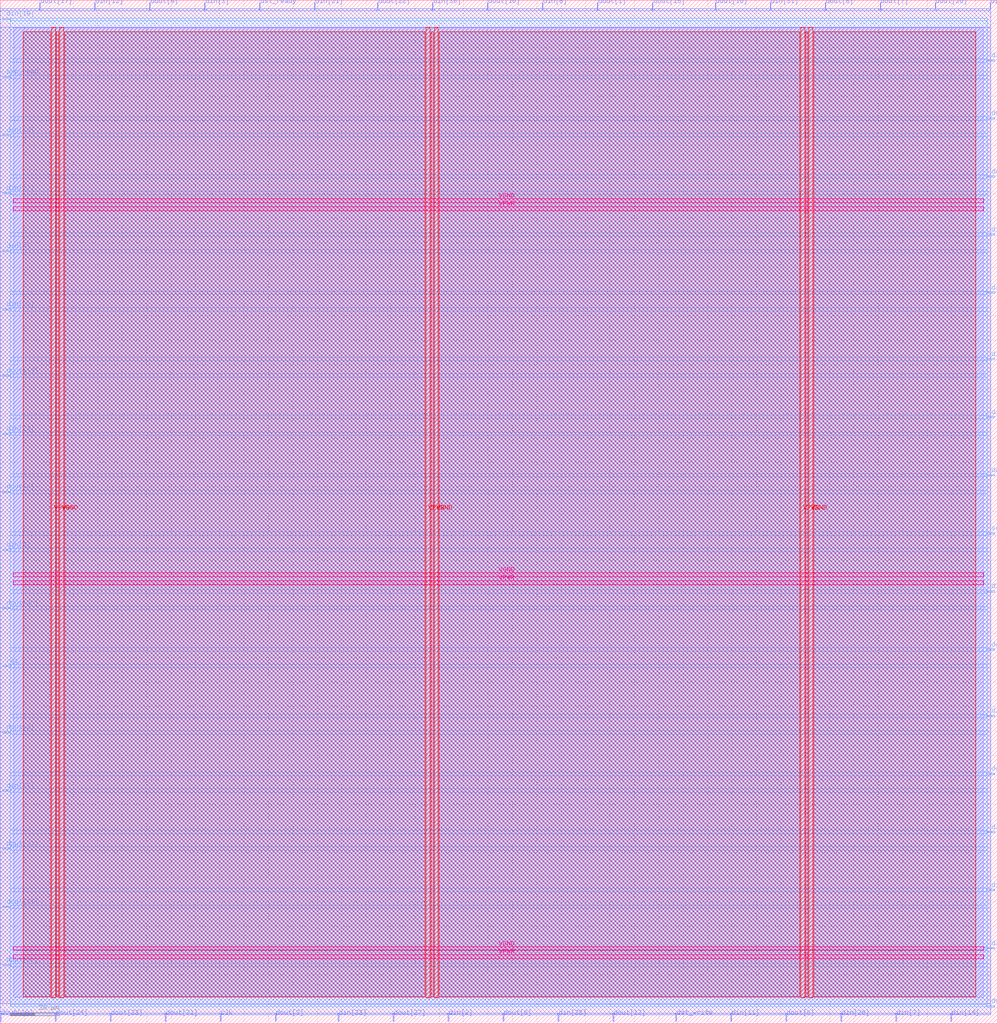
<source format=lef>
VERSION 5.7 ;
  NOWIREEXTENSIONATPIN ON ;
  DIVIDERCHAR "/" ;
  BUSBITCHARS "[]" ;
MACRO sha2_top
  CLASS BLOCK ;
  FOREIGN sha2_top ;
  ORIGIN 0.000 0.000 ;
  SIZE 408.720 BY 419.440 ;
  PIN VGND
    DIRECTION INOUT ;
    USE GROUND ;
    PORT
      LAYER met4 ;
        RECT 24.340 10.640 25.940 408.240 ;
    END
    PORT
      LAYER met4 ;
        RECT 177.940 10.640 179.540 408.240 ;
    END
    PORT
      LAYER met4 ;
        RECT 331.540 10.640 333.140 408.240 ;
    END
    PORT
      LAYER met5 ;
        RECT 5.280 30.030 403.200 31.630 ;
    END
    PORT
      LAYER met5 ;
        RECT 5.280 183.210 403.200 184.810 ;
    END
    PORT
      LAYER met5 ;
        RECT 5.280 336.390 403.200 337.990 ;
    END
  END VGND
  PIN VPWR
    DIRECTION INOUT ;
    USE POWER ;
    PORT
      LAYER met4 ;
        RECT 21.040 10.640 22.640 408.240 ;
    END
    PORT
      LAYER met4 ;
        RECT 174.640 10.640 176.240 408.240 ;
    END
    PORT
      LAYER met4 ;
        RECT 328.240 10.640 329.840 408.240 ;
    END
    PORT
      LAYER met5 ;
        RECT 5.280 26.730 403.200 28.330 ;
    END
    PORT
      LAYER met5 ;
        RECT 5.280 179.910 403.200 181.510 ;
    END
    PORT
      LAYER met5 ;
        RECT 5.280 333.090 403.200 334.690 ;
    END
  END VPWR
  PIN clk
    DIRECTION INPUT ;
    USE SIGNAL ;
    PORT
      LAYER met2 ;
        RECT 90.250 1.000 90.530 4.000 ;
    END
  END clk
  PIN din[0]
    DIRECTION INPUT ;
    USE SIGNAL ;
    PORT
      LAYER met3 ;
        RECT 404.720 176.840 407.720 177.440 ;
    END
  END din[0]
  PIN din[10]
    DIRECTION INPUT ;
    USE SIGNAL ;
    PORT
      LAYER met3 ;
        RECT 1.000 363.840 4.000 364.440 ;
    END
  END din[10]
  PIN din[11]
    DIRECTION INPUT ;
    USE SIGNAL ;
    PORT
      LAYER met2 ;
        RECT 299.550 1.000 299.830 4.000 ;
    END
  END din[11]
  PIN din[12]
    DIRECTION INPUT ;
    USE SIGNAL ;
    PORT
      LAYER met2 ;
        RECT 38.730 415.440 39.010 418.440 ;
    END
  END din[12]
  PIN din[13]
    DIRECTION INPUT ;
    USE SIGNAL ;
    PORT
      LAYER met3 ;
        RECT 404.720 272.040 407.720 272.640 ;
    END
  END din[13]
  PIN din[14]
    DIRECTION INPUT ;
    USE SIGNAL ;
    PORT
      LAYER met2 ;
        RECT 389.710 1.000 389.990 4.000 ;
    END
  END din[14]
  PIN din[15]
    DIRECTION INPUT ;
    USE SIGNAL ;
    PORT
      LAYER met3 ;
        RECT 404.720 54.440 407.720 55.040 ;
    END
  END din[15]
  PIN din[16]
    DIRECTION INPUT ;
    USE SIGNAL ;
    PORT
      LAYER met3 ;
        RECT 404.720 78.240 407.720 78.840 ;
    END
  END din[16]
  PIN din[17]
    DIRECTION INPUT ;
    USE SIGNAL ;
    PORT
      LAYER met3 ;
        RECT 1.000 95.240 4.000 95.840 ;
    END
  END din[17]
  PIN din[18]
    DIRECTION INPUT ;
    USE SIGNAL ;
    PORT
      LAYER met3 ;
        RECT 404.720 323.040 407.720 323.640 ;
    END
  END din[18]
  PIN din[19]
    DIRECTION INPUT ;
    USE SIGNAL ;
    PORT
      LAYER met3 ;
        RECT 1.000 411.440 4.000 412.040 ;
    END
  END din[19]
  PIN din[1]
    DIRECTION INPUT ;
    USE SIGNAL ;
    PORT
      LAYER met3 ;
        RECT 404.720 299.240 407.720 299.840 ;
    END
  END din[1]
  PIN din[20]
    DIRECTION INPUT ;
    USE SIGNAL ;
    PORT
      LAYER met3 ;
        RECT 404.720 30.640 407.720 31.240 ;
    END
  END din[20]
  PIN din[21]
    DIRECTION INPUT ;
    USE SIGNAL ;
    PORT
      LAYER met2 ;
        RECT 128.890 415.440 129.170 418.440 ;
    END
  END din[21]
  PIN din[22]
    DIRECTION INPUT ;
    USE SIGNAL ;
    PORT
      LAYER met3 ;
        RECT 404.720 125.840 407.720 126.440 ;
    END
  END din[22]
  PIN din[23]
    DIRECTION INPUT ;
    USE SIGNAL ;
    PORT
      LAYER met2 ;
        RECT 138.550 1.000 138.830 4.000 ;
    END
  END din[23]
  PIN din[24]
    DIRECTION INPUT ;
    USE SIGNAL ;
    PORT
      LAYER met3 ;
        RECT 1.000 241.440 4.000 242.040 ;
    END
  END din[24]
  PIN din[25]
    DIRECTION INPUT ;
    USE SIGNAL ;
    PORT
      LAYER met3 ;
        RECT 404.720 248.240 407.720 248.840 ;
    END
  END din[25]
  PIN din[26]
    DIRECTION INPUT ;
    USE SIGNAL ;
    PORT
      LAYER met2 ;
        RECT 344.630 1.000 344.910 4.000 ;
    END
  END din[26]
  PIN din[27]
    DIRECTION INPUT ;
    USE SIGNAL ;
    PORT
      LAYER met3 ;
        RECT 1.000 340.040 4.000 340.640 ;
    END
  END din[27]
  PIN din[28]
    DIRECTION INPUT ;
    USE SIGNAL ;
    PORT
      LAYER met2 ;
        RECT 228.710 1.000 228.990 4.000 ;
    END
  END din[28]
  PIN din[29]
    DIRECTION INPUT ;
    USE SIGNAL ;
    PORT
      LAYER met3 ;
        RECT 1.000 292.440 4.000 293.040 ;
    END
  END din[29]
  PIN din[2]
    DIRECTION INPUT ;
    USE SIGNAL ;
    PORT
      LAYER met2 ;
        RECT 183.630 1.000 183.910 4.000 ;
    END
  END din[2]
  PIN din[30]
    DIRECTION INPUT ;
    USE SIGNAL ;
    PORT
      LAYER met2 ;
        RECT 177.190 415.440 177.470 418.440 ;
    END
  END din[30]
  PIN din[31]
    DIRECTION INPUT ;
    USE SIGNAL ;
    PORT
      LAYER met2 ;
        RECT 315.650 415.440 315.930 418.440 ;
    END
  END din[31]
  PIN din[3]
    DIRECTION INPUT ;
    USE SIGNAL ;
    PORT
      LAYER met2 ;
        RECT 83.810 415.440 84.090 418.440 ;
    END
  END din[3]
  PIN din[4]
    DIRECTION INPUT ;
    USE SIGNAL ;
    PORT
      LAYER met3 ;
        RECT 1.000 316.240 4.000 316.840 ;
    END
  END din[4]
  PIN din[5]
    DIRECTION INPUT ;
    USE SIGNAL ;
    PORT
      LAYER met3 ;
        RECT 1.000 193.840 4.000 194.440 ;
    END
  END din[5]
  PIN din[6]
    DIRECTION INPUT ;
    USE SIGNAL ;
    PORT
      LAYER met2 ;
        RECT 405.810 415.440 406.090 418.440 ;
    END
  END din[6]
  PIN din[7]
    DIRECTION INPUT ;
    USE SIGNAL ;
    PORT
      LAYER met2 ;
        RECT 367.170 1.000 367.450 4.000 ;
    END
  END din[7]
  PIN din[8]
    DIRECTION INPUT ;
    USE SIGNAL ;
    PORT
      LAYER met2 ;
        RECT 222.270 415.440 222.550 418.440 ;
    END
  END din[8]
  PIN din[9]
    DIRECTION INPUT ;
    USE SIGNAL ;
    PORT
      LAYER met3 ;
        RECT 404.720 394.440 407.720 395.040 ;
    END
  END din[9]
  PIN dout[0]
    DIRECTION OUTPUT TRISTATE ;
    USE SIGNAL ;
    PORT
      LAYER met2 ;
        RECT 322.090 1.000 322.370 4.000 ;
    END
  END dout[0]
  PIN dout[10]
    DIRECTION OUTPUT TRISTATE ;
    USE SIGNAL ;
    PORT
      LAYER met2 ;
        RECT 199.730 415.440 200.010 418.440 ;
    END
  END dout[10]
  PIN dout[11]
    DIRECTION OUTPUT TRISTATE ;
    USE SIGNAL ;
    PORT
      LAYER met3 ;
        RECT 1.000 47.640 4.000 48.240 ;
    END
  END dout[11]
  PIN dout[12]
    DIRECTION OUTPUT TRISTATE ;
    USE SIGNAL ;
    PORT
      LAYER met3 ;
        RECT 404.720 102.040 407.720 102.640 ;
    END
  END dout[12]
  PIN dout[13]
    DIRECTION OUTPUT TRISTATE ;
    USE SIGNAL ;
    PORT
      LAYER met2 ;
        RECT 251.250 1.000 251.530 4.000 ;
    END
  END dout[13]
  PIN dout[14]
    DIRECTION OUTPUT TRISTATE ;
    USE SIGNAL ;
    PORT
      LAYER met3 ;
        RECT 404.720 153.040 407.720 153.640 ;
    END
  END dout[14]
  PIN dout[15]
    DIRECTION OUTPUT TRISTATE ;
    USE SIGNAL ;
    PORT
      LAYER met2 ;
        RECT 267.350 415.440 267.630 418.440 ;
    END
  END dout[15]
  PIN dout[16]
    DIRECTION OUTPUT TRISTATE ;
    USE SIGNAL ;
    PORT
      LAYER met2 ;
        RECT 293.110 415.440 293.390 418.440 ;
    END
  END dout[16]
  PIN dout[17]
    DIRECTION OUTPUT TRISTATE ;
    USE SIGNAL ;
    PORT
      LAYER met2 ;
        RECT 16.190 415.440 16.470 418.440 ;
    END
  END dout[17]
  PIN dout[18]
    DIRECTION OUTPUT TRISTATE ;
    USE SIGNAL ;
    PORT
      LAYER met2 ;
        RECT 0.090 1.000 0.370 4.000 ;
    END
  END dout[18]
  PIN dout[19]
    DIRECTION OUTPUT TRISTATE ;
    USE SIGNAL ;
    PORT
      LAYER met3 ;
        RECT 1.000 265.240 4.000 265.840 ;
    END
  END dout[19]
  PIN dout[1]
    DIRECTION OUTPUT TRISTATE ;
    USE SIGNAL ;
    PORT
      LAYER met2 ;
        RECT 244.810 415.440 245.090 418.440 ;
    END
  END dout[1]
  PIN dout[20]
    DIRECTION OUTPUT TRISTATE ;
    USE SIGNAL ;
    PORT
      LAYER met3 ;
        RECT 1.000 170.040 4.000 170.640 ;
    END
  END dout[20]
  PIN dout[21]
    DIRECTION OUTPUT TRISTATE ;
    USE SIGNAL ;
    PORT
      LAYER met3 ;
        RECT 1.000 71.440 4.000 72.040 ;
    END
  END dout[21]
  PIN dout[22]
    DIRECTION OUTPUT TRISTATE ;
    USE SIGNAL ;
    PORT
      LAYER met2 ;
        RECT 154.650 415.440 154.930 418.440 ;
    END
  END dout[22]
  PIN dout[23]
    DIRECTION OUTPUT TRISTATE ;
    USE SIGNAL ;
    PORT
      LAYER met2 ;
        RECT 45.170 1.000 45.450 4.000 ;
    END
  END dout[23]
  PIN dout[24]
    DIRECTION OUTPUT TRISTATE ;
    USE SIGNAL ;
    PORT
      LAYER met2 ;
        RECT 22.630 1.000 22.910 4.000 ;
    END
  END dout[24]
  PIN dout[25]
    DIRECTION OUTPUT TRISTATE ;
    USE SIGNAL ;
    PORT
      LAYER met3 ;
        RECT 404.720 370.640 407.720 371.240 ;
    END
  END dout[25]
  PIN dout[26]
    DIRECTION OUTPUT TRISTATE ;
    USE SIGNAL ;
    PORT
      LAYER met2 ;
        RECT 383.270 415.440 383.550 418.440 ;
    END
  END dout[26]
  PIN dout[27]
    DIRECTION OUTPUT TRISTATE ;
    USE SIGNAL ;
    PORT
      LAYER met2 ;
        RECT 161.090 1.000 161.370 4.000 ;
    END
  END dout[27]
  PIN dout[28]
    DIRECTION OUTPUT TRISTATE ;
    USE SIGNAL ;
    PORT
      LAYER met3 ;
        RECT 404.720 346.840 407.720 347.440 ;
    END
  END dout[28]
  PIN dout[29]
    DIRECTION OUTPUT TRISTATE ;
    USE SIGNAL ;
    PORT
      LAYER met3 ;
        RECT 404.720 6.840 407.720 7.440 ;
    END
  END dout[29]
  PIN dout[2]
    DIRECTION OUTPUT TRISTATE ;
    USE SIGNAL ;
    PORT
      LAYER met3 ;
        RECT 1.000 119.040 4.000 119.640 ;
    END
  END dout[2]
  PIN dout[30]
    DIRECTION OUTPUT TRISTATE ;
    USE SIGNAL ;
    PORT
      LAYER met3 ;
        RECT 1.000 23.840 4.000 24.440 ;
    END
  END dout[30]
  PIN dout[31]
    DIRECTION OUTPUT TRISTATE ;
    USE SIGNAL ;
    PORT
      LAYER met2 ;
        RECT 67.710 1.000 67.990 4.000 ;
    END
  END dout[31]
  PIN dout[3]
    DIRECTION OUTPUT TRISTATE ;
    USE SIGNAL ;
    PORT
      LAYER met2 ;
        RECT 112.790 1.000 113.070 4.000 ;
    END
  END dout[3]
  PIN dout[4]
    DIRECTION OUTPUT TRISTATE ;
    USE SIGNAL ;
    PORT
      LAYER met3 ;
        RECT 1.000 217.640 4.000 218.240 ;
    END
  END dout[4]
  PIN dout[5]
    DIRECTION OUTPUT TRISTATE ;
    USE SIGNAL ;
    PORT
      LAYER met3 ;
        RECT 404.720 224.440 407.720 225.040 ;
    END
  END dout[5]
  PIN dout[6]
    DIRECTION OUTPUT TRISTATE ;
    USE SIGNAL ;
    PORT
      LAYER met2 ;
        RECT 206.170 1.000 206.450 4.000 ;
    END
  END dout[6]
  PIN dout[7]
    DIRECTION OUTPUT TRISTATE ;
    USE SIGNAL ;
    PORT
      LAYER met2 ;
        RECT 360.730 415.440 361.010 418.440 ;
    END
  END dout[7]
  PIN dout[8]
    DIRECTION OUTPUT TRISTATE ;
    USE SIGNAL ;
    PORT
      LAYER met2 ;
        RECT 338.190 415.440 338.470 418.440 ;
    END
  END dout[8]
  PIN dout[9]
    DIRECTION OUTPUT TRISTATE ;
    USE SIGNAL ;
    PORT
      LAYER met2 ;
        RECT 61.270 415.440 61.550 418.440 ;
    END
  END dout[9]
  PIN dst_ready
    DIRECTION INPUT ;
    USE SIGNAL ;
    PORT
      LAYER met2 ;
        RECT 106.350 415.440 106.630 418.440 ;
    END
  END dst_ready
  PIN dst_write
    DIRECTION OUTPUT TRISTATE ;
    USE SIGNAL ;
    PORT
      LAYER met2 ;
        RECT 277.010 1.000 277.290 4.000 ;
    END
  END dst_write
  PIN rst
    DIRECTION INPUT ;
    USE SIGNAL ;
    PORT
      LAYER met3 ;
        RECT 1.000 146.240 4.000 146.840 ;
    END
  END rst
  PIN src_read
    DIRECTION OUTPUT TRISTATE ;
    USE SIGNAL ;
    PORT
      LAYER met3 ;
        RECT 1.000 387.640 4.000 388.240 ;
    END
  END src_read
  PIN src_ready
    DIRECTION INPUT ;
    USE SIGNAL ;
    PORT
      LAYER met3 ;
        RECT 404.720 200.640 407.720 201.240 ;
    END
  END src_ready
  OBS
      LAYER li1 ;
        RECT 5.520 10.795 402.960 408.085 ;
      LAYER met1 ;
        RECT 0.070 8.200 406.110 408.240 ;
      LAYER met2 ;
        RECT 0.100 415.160 15.910 415.890 ;
        RECT 16.750 415.160 38.450 415.890 ;
        RECT 39.290 415.160 60.990 415.890 ;
        RECT 61.830 415.160 83.530 415.890 ;
        RECT 84.370 415.160 106.070 415.890 ;
        RECT 106.910 415.160 128.610 415.890 ;
        RECT 129.450 415.160 154.370 415.890 ;
        RECT 155.210 415.160 176.910 415.890 ;
        RECT 177.750 415.160 199.450 415.890 ;
        RECT 200.290 415.160 221.990 415.890 ;
        RECT 222.830 415.160 244.530 415.890 ;
        RECT 245.370 415.160 267.070 415.890 ;
        RECT 267.910 415.160 292.830 415.890 ;
        RECT 293.670 415.160 315.370 415.890 ;
        RECT 316.210 415.160 337.910 415.890 ;
        RECT 338.750 415.160 360.450 415.890 ;
        RECT 361.290 415.160 382.990 415.890 ;
        RECT 383.830 415.160 405.530 415.890 ;
        RECT 0.100 4.280 406.080 415.160 ;
        RECT 0.650 3.670 22.350 4.280 ;
        RECT 23.190 3.670 44.890 4.280 ;
        RECT 45.730 3.670 67.430 4.280 ;
        RECT 68.270 3.670 89.970 4.280 ;
        RECT 90.810 3.670 112.510 4.280 ;
        RECT 113.350 3.670 138.270 4.280 ;
        RECT 139.110 3.670 160.810 4.280 ;
        RECT 161.650 3.670 183.350 4.280 ;
        RECT 184.190 3.670 205.890 4.280 ;
        RECT 206.730 3.670 228.430 4.280 ;
        RECT 229.270 3.670 250.970 4.280 ;
        RECT 251.810 3.670 276.730 4.280 ;
        RECT 277.570 3.670 299.270 4.280 ;
        RECT 300.110 3.670 321.810 4.280 ;
        RECT 322.650 3.670 344.350 4.280 ;
        RECT 345.190 3.670 366.890 4.280 ;
        RECT 367.730 3.670 389.430 4.280 ;
        RECT 390.270 3.670 406.080 4.280 ;
      LAYER met3 ;
        RECT 4.400 411.040 404.720 411.905 ;
        RECT 4.000 395.440 404.720 411.040 ;
        RECT 4.000 394.040 404.320 395.440 ;
        RECT 4.000 388.640 404.720 394.040 ;
        RECT 4.400 387.240 404.720 388.640 ;
        RECT 4.000 371.640 404.720 387.240 ;
        RECT 4.000 370.240 404.320 371.640 ;
        RECT 4.000 364.840 404.720 370.240 ;
        RECT 4.400 363.440 404.720 364.840 ;
        RECT 4.000 347.840 404.720 363.440 ;
        RECT 4.000 346.440 404.320 347.840 ;
        RECT 4.000 341.040 404.720 346.440 ;
        RECT 4.400 339.640 404.720 341.040 ;
        RECT 4.000 324.040 404.720 339.640 ;
        RECT 4.000 322.640 404.320 324.040 ;
        RECT 4.000 317.240 404.720 322.640 ;
        RECT 4.400 315.840 404.720 317.240 ;
        RECT 4.000 300.240 404.720 315.840 ;
        RECT 4.000 298.840 404.320 300.240 ;
        RECT 4.000 293.440 404.720 298.840 ;
        RECT 4.400 292.040 404.720 293.440 ;
        RECT 4.000 273.040 404.720 292.040 ;
        RECT 4.000 271.640 404.320 273.040 ;
        RECT 4.000 266.240 404.720 271.640 ;
        RECT 4.400 264.840 404.720 266.240 ;
        RECT 4.000 249.240 404.720 264.840 ;
        RECT 4.000 247.840 404.320 249.240 ;
        RECT 4.000 242.440 404.720 247.840 ;
        RECT 4.400 241.040 404.720 242.440 ;
        RECT 4.000 225.440 404.720 241.040 ;
        RECT 4.000 224.040 404.320 225.440 ;
        RECT 4.000 218.640 404.720 224.040 ;
        RECT 4.400 217.240 404.720 218.640 ;
        RECT 4.000 201.640 404.720 217.240 ;
        RECT 4.000 200.240 404.320 201.640 ;
        RECT 4.000 194.840 404.720 200.240 ;
        RECT 4.400 193.440 404.720 194.840 ;
        RECT 4.000 177.840 404.720 193.440 ;
        RECT 4.000 176.440 404.320 177.840 ;
        RECT 4.000 171.040 404.720 176.440 ;
        RECT 4.400 169.640 404.720 171.040 ;
        RECT 4.000 154.040 404.720 169.640 ;
        RECT 4.000 152.640 404.320 154.040 ;
        RECT 4.000 147.240 404.720 152.640 ;
        RECT 4.400 145.840 404.720 147.240 ;
        RECT 4.000 126.840 404.720 145.840 ;
        RECT 4.000 125.440 404.320 126.840 ;
        RECT 4.000 120.040 404.720 125.440 ;
        RECT 4.400 118.640 404.720 120.040 ;
        RECT 4.000 103.040 404.720 118.640 ;
        RECT 4.000 101.640 404.320 103.040 ;
        RECT 4.000 96.240 404.720 101.640 ;
        RECT 4.400 94.840 404.720 96.240 ;
        RECT 4.000 79.240 404.720 94.840 ;
        RECT 4.000 77.840 404.320 79.240 ;
        RECT 4.000 72.440 404.720 77.840 ;
        RECT 4.400 71.040 404.720 72.440 ;
        RECT 4.000 55.440 404.720 71.040 ;
        RECT 4.000 54.040 404.320 55.440 ;
        RECT 4.000 48.640 404.720 54.040 ;
        RECT 4.400 47.240 404.720 48.640 ;
        RECT 4.000 31.640 404.720 47.240 ;
        RECT 4.000 30.240 404.320 31.640 ;
        RECT 4.000 24.840 404.720 30.240 ;
        RECT 4.400 23.440 404.720 24.840 ;
        RECT 4.000 7.840 404.720 23.440 ;
        RECT 4.000 6.975 404.320 7.840 ;
      LAYER met4 ;
        RECT 9.495 11.055 20.640 406.465 ;
        RECT 23.040 11.055 23.940 406.465 ;
        RECT 26.340 11.055 174.240 406.465 ;
        RECT 176.640 11.055 177.540 406.465 ;
        RECT 179.940 11.055 327.840 406.465 ;
        RECT 330.240 11.055 331.140 406.465 ;
        RECT 333.540 11.055 399.905 406.465 ;
  END
END sha2_top
END LIBRARY


</source>
